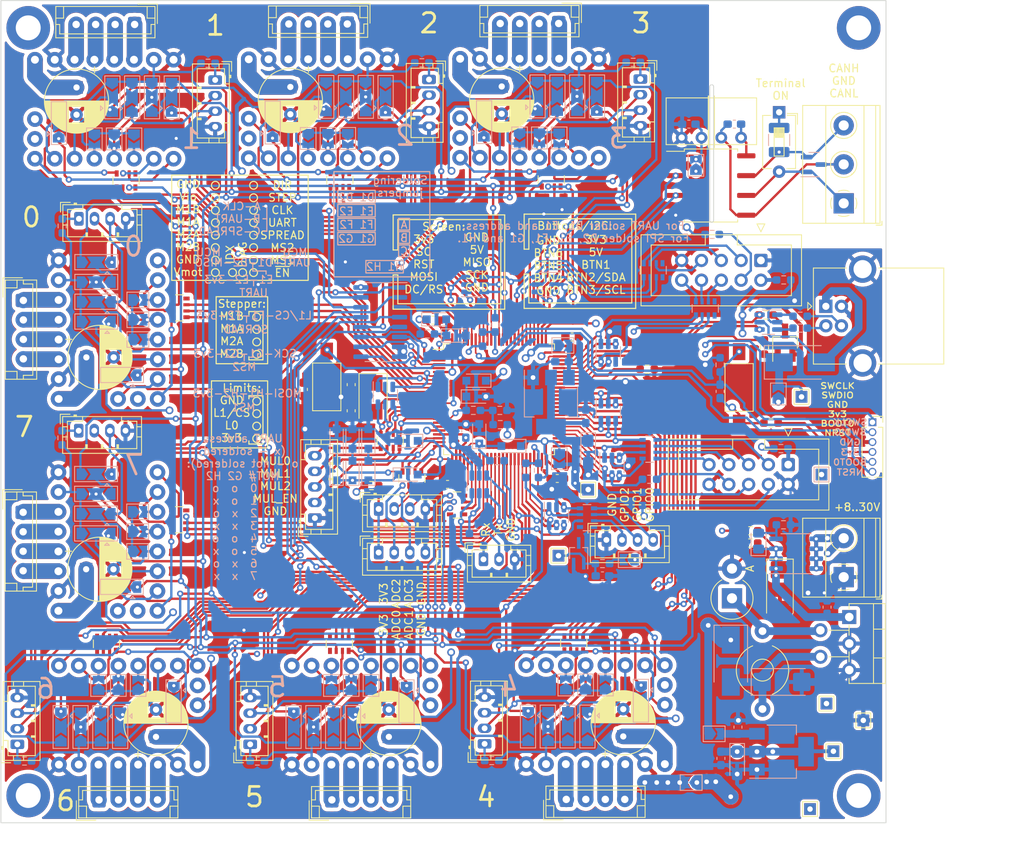
<source format=kicad_pcb>
(kicad_pcb
	(version 20241229)
	(generator "pcbnew")
	(generator_version "9.0")
	(general
		(thickness 4.69)
		(legacy_teardrops no)
	)
	(paper "A4")
	(layers
		(0 "F.Cu" signal)
		(4 "In1.Cu" power "Ground.Cu")
		(6 "In2.Cu" power "Power.Cu")
		(2 "B.Cu" signal)
		(9 "F.Adhes" user "F.Adhesive")
		(11 "B.Adhes" user "B.Adhesive")
		(13 "F.Paste" user)
		(15 "B.Paste" user)
		(5 "F.SilkS" user "F.Silkscreen")
		(7 "B.SilkS" user "B.Silkscreen")
		(1 "F.Mask" user)
		(3 "B.Mask" user)
		(17 "Dwgs.User" user "User.Drawings")
		(19 "Cmts.User" user "User.Comments")
		(21 "Eco1.User" user "User.Eco1")
		(23 "Eco2.User" user "User.Eco2")
		(25 "Edge.Cuts" user)
		(27 "Margin" user)
		(31 "F.CrtYd" user "F.Courtyard")
		(29 "B.CrtYd" user "B.Courtyard")
		(35 "F.Fab" user)
		(33 "B.Fab" user)
		(39 "User.1" user)
		(41 "User.2" user)
		(43 "User.3" user)
		(45 "User.4" user)
		(47 "User.5" user)
		(49 "User.6" user)
		(51 "User.7" user)
		(53 "User.8" user)
		(55 "User.9" user)
	)
	(setup
		(stackup
			(layer "F.SilkS"
				(type "Top Silk Screen")
			)
			(layer "F.Paste"
				(type "Top Solder Paste")
			)
			(layer "F.Mask"
				(type "Top Solder Mask")
				(thickness 0.01)
			)
			(layer "F.Cu"
				(type "copper")
				(thickness 0.035)
			)
			(layer "dielectric 1"
				(type "core")
				(thickness 1.51)
				(material "FR4")
				(epsilon_r 4.5)
				(loss_tangent 0.02)
			)
			(layer "In1.Cu"
				(type "copper")
				(thickness 0.035)
			)
			(layer "dielectric 2"
				(type "prepreg")
				(thickness 1.51)
				(material "FR4")
				(epsilon_r 4.5)
				(loss_tangent 0.02)
			)
			(layer "In2.Cu"
				(type "copper")
				(thickness 0.035)
			)
			(layer "dielectric 3"
				(type "core")
				(thickness 1.51)
				(material "FR4")
				(epsilon_r 4.5)
				(loss_tangent 0.02)
			)
			(layer "B.Cu"
				(type "copper")
				(thickness 0.035)
			)
			(layer "B.Mask"
				(type "Bottom Solder Mask")
				(thickness 0.01)
			)
			(layer "B.Paste"
				(type "Bottom Solder Paste")
			)
			(layer "B.SilkS"
				(type "Bottom Silk Screen")
			)
			(copper_finish "None")
			(dielectric_constraints no)
		)
		(pad_to_mask_clearance 0)
		(allow_soldermask_bridges_in_footprints no)
		(tenting front back)
		(pcbplotparams
			(layerselection 0x00000000_00000000_55555555_5755f5ff)
			(plot_on_all_layers_selection 0x00000000_00000000_00000000_00000000)
			(disableapertmacros no)
			(usegerberextensions no)
			(usegerberattributes yes)
			(usegerberadvancedattributes yes)
			(creategerberjobfile yes)
			(dashed_line_dash_ratio 12.000000)
			(dashed_line_gap_ratio 3.000000)
			(svgprecision 6)
			(plotframeref no)
			(mode 1)
			(useauxorigin no)
			(hpglpennumber 1)
			(hpglpenspeed 20)
			(hpglpendiameter 15.000000)
			(pdf_front_fp_property_popups yes)
			(pdf_back_fp_property_popups yes)
			(pdf_metadata yes)
			(pdf_single_document no)
			(dxfpolygonmode yes)
			(dxfimperialunits yes)
			(dxfusepcbnewfont yes)
			(psnegative no)
			(psa4output no)
			(plot_black_and_white yes)
			(sketchpadsonfab no)
			(plotpadnumbers no)
			(hidednponfab no)
			(sketchdnponfab yes)
			(crossoutdnponfab yes)
			(subtractmaskfromsilk no)
			(outputformat 1)
			(mirror no)
			(drillshape 0)
			(scaleselection 1)
			(outputdirectory "gerbers/")
		)
	)
	(net 0 "")
	(net 1 "/MCU base/OSC_IN")
	(net 2 "GND")
	(net 3 "/MCU base/NRST")
	(net 4 "/MCU base/BOOT0")
	(net 5 "+3V3")
	(net 6 "/MCU base/OSC_OUT")
	(net 7 "Net-(JP1-B)")
	(net 8 "/MCU base/BTN1")
	(net 9 "/MCU base/BTN2_SDA")
	(net 10 "/MCU base/SWDIO")
	(net 11 "/MCU base/BTN3_SCL")
	(net 12 "/MCU base/SWCLK")
	(net 13 "M4_L0")
	(net 14 "M4_L1")
	(net 15 "/MCU base/BTN4")
	(net 16 "/MCU base/BTN5")
	(net 17 "/MCU base/BTN6")
	(net 18 "M3_L1")
	(net 19 "M3_L0")
	(net 20 "M2_L1")
	(net 21 "M2_L0")
	(net 22 "M1_L0")
	(net 23 "M1_L1")
	(net 24 "/MCU base/SCRN_DCRS")
	(net 25 "/MCU base/SCRN_SCK")
	(net 26 "/MCU base/SCRN_MISO")
	(net 27 "/MCU base/SCRN_MOSI")
	(net 28 "/MCU base/SCRN_RST")
	(net 29 "/MCU base/SCRN_CS")
	(net 30 "M6_L1")
	(net 31 "M6_L0")
	(net 32 "M5_L1")
	(net 33 "M5_L0")
	(net 34 "/MCU base/A0")
	(net 35 "/MCU base/A1")
	(net 36 "/MCU base/A2")
	(net 37 "/MCU base/A3")
	(net 38 "/MCU base/A4")
	(net 39 "/MCU base/A5")
	(net 40 "Net-(Q1-+Vo)")
	(net 41 "Net-(JP5-B)")
	(net 42 "Net-(D27-A)")
	(net 43 "Net-(JP7-B)")
	(net 44 "unconnected-(D1-K-Pad4)")
	(net 45 "Net-(D22-K)")
	(net 46 "Net-(D25-A)")
	(net 47 "ADC2")
	(net 48 "ADC3")
	(net 49 "ADC4")
	(net 50 "ADC5")
	(net 51 "+5V")
	(net 52 "ADC0")
	(net 53 "Vdrive")
	(net 54 "ADC1")
	(net 55 "Net-(D26-K)")
	(net 56 "Net-(J1-Pin_4)")
	(net 57 "MUL0")
	(net 58 "MUL1")
	(net 59 "MUL2")
	(net 60 "MUL_EN")
	(net 61 "M1_EN")
	(net 62 "M1_DIR")
	(net 63 "M1_STEP")
	(net 64 "+3.3VADC")
	(net 65 "TMC_SCK")
	(net 66 "TMC_MISO")
	(net 67 "TMC_MOSI")
	(net 68 "USART3_TX")
	(net 69 "M6_STEP")
	(net 70 "M6_DIR")
	(net 71 "M6_EN")
	(net 72 "M5_STEP")
	(net 73 "M5_DIR")
	(net 74 "M5_EN")
	(net 75 "USB_DM")
	(net 76 "USB_DP")
	(net 77 "M4_STEP")
	(net 78 "M4_EN")
	(net 79 "M4_DIR")
	(net 80 "CAN_RX")
	(net 81 "CAN_TX")
	(net 82 "USART2_TX")
	(net 83 "M3_DIR")
	(net 84 "M3_STEP")
	(net 85 "M3_EN")
	(net 86 "M2_STEP")
	(net 87 "M2_DIR")
	(net 88 "M2_EN")
	(net 89 "Net-(J2-Pin_4)")
	(net 90 "Net-(J2-Pin_7)")
	(net 91 "/MCU base/MOT_MUL0")
	(net 92 "/MCU base/MOT_MUL1")
	(net 93 "/MCU base/MOT_MUL2")
	(net 94 "/MCU base/MOT_MUL_EN")
	(net 95 "Net-(J2-Pin_6)")
	(net 96 "Net-(J2-Pin_5)")
	(net 97 "Net-(J2-Pin_8)")
	(net 98 "Net-(J2-Pin_3)")
	(net 99 "Net-(J2-Pin_2)")
	(net 100 "Earth")
	(net 101 "Net-(J2-Pin_10)")
	(net 102 "Net-(J3-Pin_7)")
	(net 103 "Net-(J3-Pin_4)")
	(net 104 "/VB")
	(net 105 "Net-(J3-Pin_9)")
	(net 106 "/MCU base/OUT1")
	(net 107 "/MCU base/OUT0")
	(net 108 "/MCU base/OUT2")
	(net 109 "Net-(J3-Pin_8)")
	(net 110 "Net-(J3-Pin_3)")
	(net 111 "Net-(J3-Pin_6)")
	(net 112 "Net-(J3-Pin_1)")
	(net 113 "Net-(J3-Pin_5)")
	(net 114 "/CANL")
	(net 115 "/CANH")
	(net 116 "Net-(J4-Pin_1)")
	(net 117 "Net-(J6-Pin_2)")
	(net 118 "Net-(J6-Pin_3)")
	(net 119 "Net-(J6-Pin_4)")
	(net 120 "Net-(J6-Pin_5)")
	(net 121 "Net-(J7-Pin_3)")
	(net 122 "Net-(J7-Pin_2)")
	(net 123 "Net-(J7-Pin_4)")
	(net 124 "Net-(J8-D+)")
	(net 125 "Net-(J8-D-)")
	(net 126 "Net-(J10-Pin_2)")
	(net 127 "Net-(J11-Pin_1)")
	(net 128 "Net-(J12-Pin_3)")
	(net 129 "Net-(J12-Pin_1)")
	(net 130 "/Motors/Vm")
	(net 131 "/Motors/USART0-3")
	(net 132 "/Motors/MOSI")
	(net 133 "Net-(J12-Pin_2)")
	(net 134 "/Motors/SCK")
	(net 135 "Net-(J12-Pin_4)")
	(net 136 "/Motors/MISO")
	(net 137 "Net-(J13-Pin_1)")
	(net 138 "Net-(J13-Pin_2)")
	(net 139 "Net-(R16-Pad2)")
	(net 140 "Net-(R17-Pad2)")
	(net 141 "Net-(R18-Pad1)")
	(net 142 "/Motors/USART4-7")
	(net 143 "/Motors/DIAG4")
	(net 144 "/Motors/DIAG6")
	(net 145 "/Motors/DIAG7")
	(net 146 "/Motors/DIAG5")
	(net 147 "/Motors/DIAG3")
	(net 148 "/Motors/DIAG0")
	(net 149 "/Motors/DIAG1")
	(net 150 "/Motors/DIAG2")
	(net 151 "Net-(J14-Pin_1)")
	(net 152 "/Motors/stepper_M1/U")
	(net 153 "Net-(J15-Pin_1)")
	(net 154 "/Motors/stepper_M1/~{ENx}")
	(net 155 "/Motors/stepper_M1/STEPx")
	(net 156 "/Motors/stepper_M1/DIRx")
	(net 157 "/MCU base/USART1_RX")
	(net 158 "/Motors/stepper_M1/MS1")
	(net 159 "/Motors/stepper_M1/MS2")
	(net 160 "/Motors/stepper_M1/SPR")
	(net 161 "/Motors/stepper_M1/CLK")
	(net 162 "/MCU base/USART1_TX")
	(net 163 "Net-(J15-Pin_2)")
	(net 164 "Net-(J15-Pin_4)")
	(net 165 "M0_L1")
	(net 166 "M0_L0")
	(net 167 "Net-(J15-Pin_3)")
	(net 168 "Net-(J16-Pin_1)")
	(net 169 "Net-(J17-Pin_1)")
	(net 170 "Net-(J17-Pin_4)")
	(net 171 "M0_STEP")
	(net 172 "M0_DIR")
	(net 173 "M0_EN")
	(net 174 "M7_L0")
	(net 175 "M7_L1")
	(net 176 "M7_DIR")
	(net 177 "M7_EN")
	(net 178 "M7_STEP")
	(net 179 "MCU3v3")
	(net 180 "Net-(J17-Pin_3)")
	(net 181 "Net-(J17-Pin_2)")
	(net 182 "Net-(J18-Pin_1)")
	(net 183 "Net-(J19-Pin_1)")
	(net 184 "Net-(J19-Pin_3)")
	(net 185 "Net-(J19-Pin_2)")
	(net 186 "Net-(J19-Pin_4)")
	(net 187 "Net-(J20-Pin_1)")
	(net 188 "/Motors/stepper_M2/U")
	(net 189 "/Motors/stepper_M2/MS1")
	(net 190 "/Motors/stepper_M2/MS2")
	(net 191 "/Motors/stepper_M2/SPR")
	(net 192 "Net-(J21-Pin_3)")
	(net 193 "/Motors/stepper_M2/CLK")
	(net 194 "/Motors/stepper_M2/DIRx")
	(net 195 "/Motors/stepper_M2/STEPx")
	(net 196 "/Motors/stepper_M2/~{ENx}")
	(net 197 "Net-(J21-Pin_4)")
	(net 198 "Net-(J21-Pin_1)")
	(net 199 "Net-(J21-Pin_2)")
	(net 200 "Net-(J22-Pin_1)")
	(net 201 "Net-(J23-Pin_4)")
	(net 202 "Net-(J23-Pin_2)")
	(net 203 "Net-(J23-Pin_1)")
	(net 204 "Net-(J23-Pin_3)")
	(net 205 "Net-(J24-Pin_1)")
	(net 206 "/Motors/stepper_M3/U")
	(net 207 "/Motors/stepper_M3/MS1")
	(net 208 "/Motors/stepper_M3/MS2")
	(net 209 "/Motors/stepper_M3/SPR")
	(net 210 "Net-(J25-Pin_3)")
	(net 211 "/Motors/stepper_M3/CLK")
	(net 212 "Net-(J25-Pin_2)")
	(net 213 "/Motors/stepper_M3/DIRx")
	(net 214 "/Motors/stepper_M3/STEPx")
	(net 215 "/Motors/stepper_M3/~{ENx}")
	(net 216 "Net-(J25-Pin_4)")
	(net 217 "Net-(J25-Pin_1)")
	(net 218 "Net-(J26-Pin_1)")
	(net 219 "Net-(J27-Pin_4)")
	(net 220 "Net-(J27-Pin_3)")
	(net 221 "Net-(J27-Pin_2)")
	(net 222 "Net-(J27-Pin_1)")
	(net 223 "Net-(JP4-B)")
	(net 224 "/Motors/stepper_M4/U")
	(net 225 "/Motors/stepper_M4/MS1")
	(net 226 "/Motors/stepper_M4/MS2")
	(net 227 "/Motors/stepper_M4/SPR")
	(net 228 "Net-(JP8-A)")
	(net 229 "/Motors/stepper_M4/CLK")
	(net 230 "Net-(JP13-A)")
	(net 231 "/Motors/stepper_M4/DIRx")
	(net 232 "/Motors/stepper_M4/STEPx")
	(net 233 "/Motors/stepper_M4/~{ENx}")
	(net 234 "Net-(JP16-A)")
	(net 235 "Net-(JP21-A)")
	(net 236 "Net-(JP24-A)")
	(net 237 "Net-(JP29-A)")
	(net 238 "Net-(JP32-A)")
	(net 239 "Net-(JP37-A)")
	(net 240 "Net-(JP40-A)")
	(net 241 "Net-(JP45-A)")
	(net 242 "/Motors/stepper_M5/U")
	(net 243 "/Motors/stepper_M5/MS1")
	(net 244 "/Motors/stepper_M5/MS2")
	(net 245 "/Motors/stepper_M5/SPR")
	(net 246 "Net-(JP48-A)")
	(net 247 "/Motors/stepper_M5/CLK")
	(net 248 "Net-(JP53-A)")
	(net 249 "/Motors/stepper_M5/DIRx")
	(net 250 "/Motors/stepper_M5/STEPx")
	(net 251 "/Motors/stepper_M5/~{ENx}")
	(net 252 "Net-(JP56-A)")
	(net 253 "Net-(JP61-A)")
	(net 254 "Net-(JP64-A)")
	(net 255 "Net-(JP69-A)")
	(net 256 "Net-(Q3-D)")
	(net 257 "Net-(Q3-G)")
	(net 258 "unconnected-(RN1-R4.1-Pad4)")
	(net 259 "unconnected-(RN1-R4.2-Pad5)")
	(net 260 "/Motors/stepper_M6/U")
	(net 261 "/Motors/stepper_M6/MS1")
	(net 262 "/Motors/stepper_M6/MS2")
	(net 263 "/Motors/stepper_M6/SPR")
	(net 264 "unconnected-(RN2-R4.1-Pad4)")
	(net 265 "/Motors/stepper_M6/CLK")
	(net 266 "unconnected-(RN2-R4.2-Pad5)")
	(net 267 "/Motors/stepper_M6/DIRx")
	(net 268 "/Motors/stepper_M6/STEPx")
	(net 269 "/Motors/stepper_M6/~{ENx}")
	(net 270 "unconnected-(RN3-R1.2-Pad8)")
	(net 271 "unconnected-(RN3-R1.1-Pad1)")
	(net 272 "unconnected-(RN7-R4.1-Pad4)")
	(net 273 "unconnected-(RN7-R4.2-Pad5)")
	(net 274 "unconnected-(RN8-R1.2-Pad8)")
	(net 275 "unconnected-(RN8-R1.1-Pad1)")
	(net 276 "unconnected-(RN9-R1.1-Pad1)")
	(net 277 "unconnected-(RN9-R1.2-Pad8)")
	(net 278 "/Motors/stepper_M7/U")
	(net 279 "/Motors/stepper_M7/MS1")
	(net 280 "/Motors/stepper_M7/MS2")
	(net 281 "/Motors/stepper_M7/SPR")
	(net 282 "unconnected-(RN10-R1.1-Pad1)")
	(net 283 "/Motors/stepper_M7/CLK")
	(net 284 "unconnected-(RN10-R1.2-Pad8)")
	(net 285 "/Motors/stepper_M7/DIRx")
	(net 286 "/Motors/stepper_M7/STEPx")
	(net 287 "/Motors/stepper_M7/~{ENx}")
	(net 288 "unconnected-(RN11-R1.2-Pad8)")
	(net 289 "unconnected-(RN11-R1.1-Pad1)")
	(net 290 "unconnected-(RN12-R1.2-Pad8)")
	(net 291 "unconnected-(RN12-R1.1-Pad1)")
	(net 292 "unconnected-(RN13-R1.1-Pad1)")
	(net 293 "unconnected-(RN13-R1.2-Pad8)")
	(net 294 "unconnected-(RN14-R1.2-Pad8)")
	(net 295 "unconnected-(RN14-R1.1-Pad1)")
	(net 296 "/Motors/stepper_M8/U")
	(net 297 "/Motors/stepper_M8/MS1")
	(net 298 "/Motors/stepper_M8/MS2")
	(net 299 "/Motors/stepper_M8/SPR")
	(net 300 "unconnected-(RN15-R1.2-Pad8)")
	(net 301 "/Motors/stepper_M8/CLK")
	(net 302 "unconnected-(RN15-R1.1-Pad1)")
	(net 303 "/Motors/stepper_M8/DIRx")
	(net 304 "/Motors/stepper_M8/STEPx")
	(net 305 "/Motors/stepper_M8/~{ENx}")
	(net 306 "unconnected-(XX1-Vref-Pad17)")
	(net 307 "unconnected-(XX2-Vref-Pad17)")
	(net 308 "/MCU base/Diagn")
	(net 309 "DIAGNOST")
	(net 310 "unconnected-(XX3-Vref-Pad17)")
	(net 311 "Vio")
	(net 312 "unconnected-(XX4-Vref-Pad17)")
	(net 313 "unconnected-(XX5-Vref-Pad17)")
	(net 314 "unconnected-(XX6-Vref-Pad17)")
	(net 315 "/MCU base/DPPU")
	(net 316 "unconnected-(XX7-Vref-Pad17)")
	(net 317 "unconnected-(XX8-Vref-Pad17)")
	(footprint "Capacitor_SMD:C_0603_1608Metric_Pad1.08x0.95mm_HandSolder" (layer "F.Cu") (at 110.8975 79.502))
	(footprint "Connector_JST:JST_EH_B4B-EH-A_1x04_P2.50mm_Vertical" (layer "F.Cu") (at 99.921075 41.501827 180))
	(footprint "Connector_JST:JST_EH_B4B-EH-A_1x04_P2.50mm_Vertical" (layer "F.Cu") (at 58.374 76.974 -90))
	(footprint "Connector_JST:JST_PH_B5B-PH-K_1x05_P2.00mm_Vertical" (layer "F.Cu") (at 95.758 104.902 90))
	(footprint "Connector_IDC:IDC-Header_2x05_P2.54mm_Vertical" (layer "F.Cu") (at 152.9588 71.8407 -90))
	(footprint "Button_Switch_SMD:SW_SPST_FSMSM" (layer "F.Cu") (at 150.1648 88.138 -90))
	(footprint "Connector_JST:JST_PH_B4B-PH-K_1x04_P2.00mm_Vertical" (layer "F.Cu") (at 87.466 133.934 90))
	(footprint "MountingHole:MountingHole_3.2mm_M3_DIN965_Pad" (layer "F.Cu") (at 165.5 140.5))
	(footprint "Resistor_SMD:R_0603_1608Metric_Pad0.98x0.95mm_HandSolder" (layer "F.Cu") (at 153.416 82.9564 -90))
	(footprint "Button_Switch_THT:SW_DIP_SPSTx01_Slide_6.7x4.1mm_W7.62mm_P2.54mm_LowProfile" (layer "F.Cu") (at 155.2956 52.832 -90))
	(footprint "Capacitor_THT:CP_Radial_D8.0mm_P3.50mm" (layer "F.Cu") (at 105.246 132.978 90))
	(footprint "Connector_JST:JST_PH_B4B-PH-K_1x04_P2.00mm_Vertical" (layer "F.Cu") (at 103.934 103.7336))
	(footprint "Connector_JST:JST_PH_B4B-PH-K_1x04_P2.00mm_Vertical" (layer "F.Cu") (at 65.5 66.5))
	(footprint "stepper:stepper_module" (layer "F.Cu") (at 131.75 130.124 -90))
	(footprint "Resistor_SMD:R_Array_Convex_4x0603" (layer "F.Cu") (at 126.07045 61.46 -90))
	(footprint "Connector_JST:JST_PH_B3B-PH-K_1x03_P2.00mm_Vertical" (layer "F.Cu") (at 117.38 110.194))
	(footprint "stepper:stepper_module" (layer "F.Cu") (at 69.222 107.9116 180))
	(footprint "stepper:stepper_module" (layer "F.Cu") (at 96.171075 52.377827 90))
	(footprint "Resistor_SMD:R_Array_Convex_4x0603" (layer "F.Cu") (at 113.9952 103.2256))
	(footprint "TerminalBlock_Phoenix:TerminalBlock_Phoenix_MKDS-1,5-2_1x02_P5.00mm_Horizontal" (layer "F.Cu") (at 163.576 112.482 90))
	(footprint "Resistor_SMD:R_0603_1608Metric_Pad0.98x0.95mm_HandSolder" (layer "F.Cu") (at 153.6173 78.8416 180))
	(footprint "Connector_IDC:IDC-Header_2x05_P2.54mm_Vertical"
		(layer "F.Cu")
		(uuid "3d430b90-cdad-448e-a8ca-ef46fa85282d")
		(at 156.464 98.044 -90)
		(descr "Through hole IDC box header, 2x05, 2.54mm pitch, DIN 41651 / IEC 60603-13, double rows, https://docs.google.com/spreadsheets/d/16SsEcesNF15N3Lb4niX7dcUr-NY5_MFPQhobNuNppn4/edit#gid=0")
		(tags "Through hole vertical IDC box header THT 2x05 2.54mm double row")
		(property "Reference" "J3"
			(at 6.9596 6.4008 180)
			(layer "F.Fab")
			(hide yes)
			(uuid "3b8e17a6-fb12-4477-81dc-dfb79f00fc2c")
			(effects
				(font
					(size 1 1)
					(thickness 0.15)
				)
			)
		)
		(property "Value" "Screen"
			(at 6.9596 5.0292 180)
			(layer "F.SilkS")
			(hide yes)
			(uuid "5a57d791-ff8d-4f6d-bc1d-a274c46c2e87")
			(effects
				(font
					(size 1 1)
					(thickness 0.15)
				)
			)
		)
		(property "Datasheet" "~"
			(at 0 0 270)
			(unlocked yes)
			(layer "F.Fab")
			(hide yes)
			(uuid "222bd53f-90f6-4af4-8c30-2b90e6c3b352")
			(effects
				(font
					(size 1.27 1.27)
					(thickness 0.15)
				)
			)
		)
		(property "Description" ""
			(at 0 0 270)
			(unlocked yes)
			(layer "F.Fab")
			(hide yes)
			(uuid "a0a7648f-a72f-448e-8d9a-30148fc6ec4c")
			(effects
				(font
					(size 1.27 1.27)
					(thickness 0.15)
				)
			)
		)
		(property ki_fp_filters "Connector*:*_2x??_*")
		(path "/076c38b6-e164-46bb-9d96-26f8bdfeca37/3b30193d-b3cb-42a8-a75c-e3cbeadeeead")
		(sheetname "/MCU base/")
		(sheetfile "mcubase.kicad_sch")
		(attr through_hole)
		(fp_line
			(start -3.29 15.37)
			(end -3.29 -5.21)
			(stroke
				(width 0.12)
				(type solid)
			)
			(layer "F.SilkS")
			(uuid "a665a99c-4e35-4e49-be80-2ecb4d9d0c6e")
		)
		(fp_line
			(start 5.83 15.37)
			(end -3.29 15.37)
			(stroke
				(width 0.12)
				(type solid)
			)
			(layer "F.SilkS")
			(uuid "c411ee2f-f284-4773-85d4-a8df62c49d1d")
		)
		(fp_line
			(start -1.98 14.07)
			(end -1.98 7.13)
			(stroke
				(width 0.12)
				(type solid)
			)
			(layer "F.SilkS")
			(uuid "440619ce-68f3-4173-be10-805b9c1e094b")
		)
		(fp_line
			(start 4.52 14.07)
			(end -1.98 14.07)
			(stroke
				(width 0.12)
				(type solid)
			)
			(layer "F.SilkS")
			(uuid "36486bfc-595e-4627-baa6-b664f4d2d9c0")
		)
		(fp_line
			(start -1.98 7.13)
			(end -3.29 7.13)
			(stroke
				(width 0.12)
				(type solid)
			)
			(layer "F.SilkS")
			(uuid "a1973355-6cfa-46e7-9fcd-ef4c7dbb169a")
		)
		(fp_line
			(start -1.98 7.13)
			(end -1.98 7.13)
			(stroke
				(width 0.12)
				(type solid)
			)
			(layer "F.SilkS")
			(uuid "ddb751ff-b3c5-42ce-ac1b-d810336f8a18")
		)
		(fp_line
			(start -3.29 3.03)
			(end -1.98 3.03)
			(stroke
				(width 0.12)
				(type solid)
			)
			(layer "F.SilkS")
			(uuid "41d1f62a-8fb3-474d-94fa-d6b4fd091e19")
		)
		(fp_line
			(start -1.98 3.03)
			(end -1.98 -3.91)
			(stroke
				(width 0.12)
				(type solid)
			)
			(layer "F.SilkS")
			(uuid "9bdd5910-0f76-4e54-9286-86b33a1773fa")
		)
		(fp_line
			(start -4.68 0.5)
			(end -3.68 0)
			(stroke
				(width 0.12)
				(type solid)
			)
			(layer "F.SilkS")
			(uuid "86b3077b-5559-4cd1-a40c-7114d9340633")
		)
		(fp_line
			(start -3.68 0)
			(end -4.68 -0.5)
			(stroke
				(width 0.12)
				(type solid)
			)
			(layer "F.SilkS")
			(uuid "332a452f-99c1-491b-93e9-fda84c916e9a")
		)
		(fp_line
			(start -4.68 -0.5)
			(end -4.68 0.5)
			(stroke
				(width 0.12)
				(type solid)
			)
			(layer "F.SilkS")
			(uuid "fe563628-aee5-4c73-a398-bd9bef538ac2")
		)
		(fp_line
			(start -1.98 -3.91)
			(end 4.52 -3.91)
			(stroke
				(width 0.12)
				(type solid)
			)
			(layer "F.SilkS")
			(uuid "aef7a603-4acb-4a8d-9490-3dc06d402b46")
		)
		(fp_line
			(start 4.52 -3.91)
			(end 4.52 14.07)
			(stroke
				(width 0.12)
				(type solid)
			)
			(layer "F.SilkS")
			(uuid "05565887-307a-41e2-84b0-7fc19aae492e")
		)
		(fp_line
			(start -3.29 -5.21)
			(end 5.83 -5.21)
			(stroke
				(width 0.12)
				(type solid)
			)
			(layer "F.SilkS")
			(uuid "3171cf89-22bf-4490-bbd2-9045b0a99db6")
		)
		(fp_line
			(start 5.83 -5.21)
			(end 5.83 15.37)
			(stroke
				(width 0.12)
				(type solid)
			)
			(layer "F.SilkS")
			(uuid "991dbdac-7795-4b95-9c6d-c0b65a21394a")
		)
		(fp_line
			(start -3.68 15.76)
			(end 6.22 15.76)
			(stroke
				(width 0.05)
				(type solid)
			)
			(layer "F.CrtYd")
			(uuid "7bcfd651-fe63-40c9-a4d8-1993b9e6eac2")
		)
		(fp_line
			(start 6.22 15.76)
			(end 6.22 -5.6)
			(stroke
				(width 0.05)
				(type solid)
			)
			(layer "F.CrtYd")
			(uuid "14339d0d-02bd-4a01-a2c5-b72d30338d8b")
		)
		(fp_line
			(start -3.68 -5.6)
			(end -3.68 15.76)
			(stroke
				(width 0.05)
				(type solid)
			)
			(layer "F.CrtYd")
			(uuid "c403abc5-380b-4d46-b88d-fb45fb112d7e")
		)
		(fp_line
			(start 6.22 -5.6)
			(end -3.68 -5.6)
			(stroke
				(width 0.05)
				(type solid)
			)
			(layer "F.CrtYd")
			(uuid "53a7b15c-7348-415d-a94a-08ac0db9df42")
		)
		(fp_line
			(start -3.18 15.26)
			(end -3.18 -4.1)
			(stroke
				(width 0.1)
				(type solid)
			)
			(layer "F.Fab")
			(uuid "70de5e60-0c62-4db1-a769-50479b775586")
		)
		(fp_line
			(start 5.72 15.26)
			(end -3.18 15.26)
			(stroke
				(width 0.1)
				(type solid)
			)
			(layer "F.Fab")
			(uuid "a8f6f23b-594a-47b9-b586-2d008c8e7c9b")
		)
		(fp_line
			(start -1.98 14.07)
			(end -1.98 7.13)
			(stroke
				(width 0.1)
				(type solid)
			)
			(layer "F.Fab")
			(uuid "3ac8b179-49ca-4676-a21e-dcb914b6d98e")
		)
		(fp_line
			(start 4.52 14.07)
			(end -1.98 14.07)
			(stroke
				(width 0.1)
				(type solid)
			)
			(layer "F.Fab")
			(uuid "36d49b6a-bd8a-4ddd-84f1-67eafe595b4b")
		)
		(fp_line
			(start -1.98 7.13)
			(end -3.18 7.13)
			(stroke
				(width 0.1)
				(type solid)
			)
			(layer "F.Fab")
			(uuid "21feeedd-c91f-4e4f-8e98-efe485d9267d")
		)
		(fp_line
			(start -1.98 7.13)
			(end -1.98 7.13)
			(stroke
				(width 0.1)
				(type solid)
			)
			(layer "F.Fab")
			(uuid "b2896679-7484-4881-8704-9993fe854249")
		)
		(fp_line
			(start -3.18 3.03)
			(end -1.98 3.03)
			(stroke
				(width 0.1)
				(type solid)
			)
			(layer "F.Fab")
			(uuid "337cacd7-841c-4b6d-8474-8920edfbc3d2")
		)
		(fp_line
			(start -1.98 3.03)
			(end -1.98 -3.91)
			(stroke
				(width 0.1)
				(type solid)
			)
			(layer "F.Fab")
			(uuid "cd7c7341-a8cd-4c30-b154-8148a86a2506")
		)
		(fp_line
			(start -1.98 -3.91)
			(end 4.52 -3.91)
			(stroke
				(width 0.1)
				(type solid)
			)
			(layer "F.Fab")
			(uuid "44deeadc-5e8e-49b8-be7e-386e4eef12b1")
		)
		(fp_line
			(start 4.52 -3.91)
			(end 4.52 14.07)
			(stroke
				(width 0.1)
				(type solid)
			)
			(layer "F.Fab")
			(uuid "3049babc-2ecd-4737-8261-bb553c202ff4")
		)
		(fp_line
			(start -3.18 -4.1)
			(end -2.18 -5.1)
			(stroke
				(width 0.1)
				(type solid)
			)
			(layer "F.Fab")
			(uuid "02c3ccb7-ba48-4aee-874d-97bb224154f9")
		)
		(fp_line
			(start -2.18 -5.1)
			(end 5.72 -5.1)
			(stroke
				(width 0.1)
				(type solid)
			)
			(layer "F.Fab")
			(uuid "068483c0-a3a1-4c81-84a9-42bf21e93c67")
		)
		(fp_line
			(start 5.72 -5.1)
			(end 5.72 15.26)
			(stroke
				(width 0.1)
				(type solid)
			)
			(layer "F.Fab")
			(uuid "ee5888bc-c7fc-48fd-8d2e-234ce9fcaaf1")
		)
		(fp_text user "${REFERENCE}"
			(at 1.27 5.08 0)
			(layer "F.Fab")
			(uuid "6316f309-1602-4160-ae8f-a0ca7f9f229b")
			(effects
				(font
					(size 1 1)
					(thickness 0.15)
				)
			)
		)
		(pad "1" thru_hole roundrect
			(at 0 0 270)
			(size 1.7 1.7)
			(drill 1)
			(layers "*.Cu" "*.Mask")
			(remove_unused_layers no)
			(roundrect_rratio 0.1470588235)
			(net 112 "Net-(J3-Pin_1)")
			(pinfunction "Pin_1")
			(pintype "passive")
			(uuid "afc30e8b-7d99-4dbc-9c23-92177e281d7d")
		)
		(pad "2" thru_hole circle
			(at 2.54 0 270)
			(size 1.7 1.7)
			(drill 1)
			(layers "*.Cu" "*.Mask")
			(remove_unused_layers no)
			(net 2 "GND")
			(pinfunction "Pin_2")
			(pintype "passive")
			(uuid "520cd37c-4e02-492e-b58e-edf6a30e95c4")
		)
		(pad "3" thru_hole circle
			(at 0 2.54 270)
			(size 1.7 1.7)
			(drill 1)
			(layers "*.Cu" "*.Mask")
			(remove_unused_layers no)
			(net 110 "Net-(J3-Pin_3)")
			(pinfunction "Pin_3")
			(pintype "passive")
			(uuid "7507c0df-b298-4aef-9d2b-0a48cdda70b6")
		)
		(pad "4" thru_hole circle
			(at 2.54 2.54 270)
			(size 1.7 1.7)
			(drill 1)
			(layers "*.Cu" "*.Mask")
			(remove_unused_layers no)
			(net 103 "Net-(J3-Pin_4)")
			(pinfunction "Pin_4")
			(pintype "passive")
			(uuid "268d477e-5bfc-498a-b7d7-6a16dc090311")
		)
		(pad "5" thru_hole circle
			(at 0 5.08 270)
			(size 1.7 1.7)
			(drill 1)
			(layers "*.Cu" "*.Mask")
			(remove_unused_layers no)
			(net 113 "Net-(J3-Pin_5)")
			(pinfunction "Pin_5")
			(pintype "passive")
			(uuid "f891b879-fac3-4553-8224-a4789f6f40b6")
		)
		(pad "6" thru_hole circle
			(at 2.54 5.08 270)
			(size 1.7 1.7)
			(drill 1)
			(layers "*.Cu" "*.Mask")
			(remove_unused_layers no)
			(net 111 "Net-(J3-Pin_6)")
			(pinfunction "Pin_6")
			(pintype "passive")
			(uuid "9dc8369a-7b5f-4df6-97b4-a9ad8106bd5e")
		)
		(pad "7" thru_hole circle
			(at 0 7.62 270)
			(size 1.7 1.7)
			(drill 1)
			(layers "*.Cu" "*.Mask")
			(remove_unused_layers no)
			(net 102 "Net-(J3-Pin_7)")
			(pinfunction "Pin_7")
			(pintype "passive")
			(uuid "26531cdd-9429-4776-a781-6e9c7ab35013")
		)
		(pad "8" thru_hole circle
			(at 2.54 7.62 270)
			(size 1.7 1.7)
			(drill 1)
			(layers "*.Cu" "*.Mask")
			(remove_unused_layers no)
			(net 109 "Net-(J3-Pin_8)")
			(pinfunction "Pin_8")
			(pintype "passive")
			(uuid "741f73b5-04d8-44bf-9f49-e178dfd4e73e")
		)
		(pad "9" thru_hole circle
			(at 0 10.16 270)
			(size 1.7 1.7)
			(drill 1)
			(layers "*
... [5515667 chars truncated]
</source>
